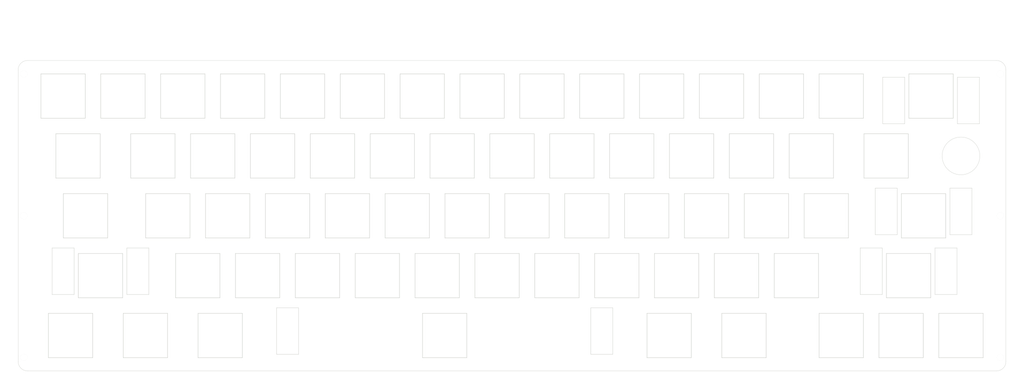
<source format=kicad_pcb>
(kicad_pcb (version 20211014) (generator pcbnew)
  (layers (0 "F.Cu" signal) (31 "B.Cu" signal) (34 "B.Paste" user) (35 "F.Paste" user) (36 "B.SilkS" user "B.Silkscreen") (37 "F.SilkS" user "F.Silkscreen") (38 "B.Mask" user) (39 "F.Mask" user) (44 "Edge.Cuts" user))
  (net 0 "")
  (footprint "kbd_SW_Hole:SW_Hole_1" (layer "F.Cu") (at 57.15 47.625)
    (fp_text reference "SW8" hide)
    (fp_text value "SW_PUSH" hide)
    (fp_line (start 7.05 7.05) (end -7.05 7.05) (layer "Edge.Cuts") (width 0.15))
    (fp_line (start -7.05 -7.05) (end 7.05 -7.05) (layer "Edge.Cuts") (width 0.15))
    (fp_line (start 7.05 -7.05) (end 7.05 7.05) (layer "Edge.Cuts") (width 0.15))
    (fp_line (start -7.05 7.05) (end -7.05 -7.05) (layer "Edge.Cuts") (width 0.15))
  )
  (footprint "kbd_SW_Hole:SW_Hole_1" (layer "F.Cu") (at 47.625 28.575)
    (fp_text reference "SW7" hide)
    (fp_text value "SW_PUSH" hide)
    (fp_line (start -7.05 -7.05) (end 7.05 -7.05) (layer "Edge.Cuts") (width 0.15))
    (fp_line (start 7.05 7.05) (end -7.05 7.05) (layer "Edge.Cuts") (width 0.15))
    (fp_line (start 7.05 -7.05) (end 7.05 7.05) (layer "Edge.Cuts") (width 0.15))
    (fp_line (start -7.05 7.05) (end -7.05 -7.05) (layer "Edge.Cuts") (width 0.15))
  )
  (footprint "kbd_SW_Hole:SW_Hole_1.75" (layer "F.Cu") (at 35.71875 66.675)
    (fp_text reference "SW3" hide)
    (fp_text value "SW_PUSH" hide)
    (fp_line (start -7.05 -7.05) (end 7.05 -7.05) (layer "Edge.Cuts") (width 0.15))
    (fp_line (start 7.05 -7.05) (end 7.05 7.05) (layer "Edge.Cuts") (width 0.15))
    (fp_line (start -7.05 7.05) (end -7.05 -7.05) (layer "Edge.Cuts") (width 0.15))
    (fp_line (start 7.05 7.05) (end -7.05 7.05) (layer "Edge.Cuts") (width 0.15))
  )
  (footprint "kbd_SW_Hole:SW_Hole_1.25" (layer "F.Cu") (at 30.95625 104.775)
    (fp_text reference "SW5" hide)
    (fp_text value "SW_PUSH" hide)
    (fp_line (start -7.05 -7.05) (end 7.05 -7.05) (layer "Edge.Cuts") (width 0.15))
    (fp_line (start -7.05 7.05) (end -7.05 -7.05) (layer "Edge.Cuts") (width 0.15))
    (fp_line (start 7.05 7.05) (end -7.05 7.05) (layer "Edge.Cuts") (width 0.15))
    (fp_line (start 7.05 -7.05) (end 7.05 7.05) (layer "Edge.Cuts") (width 0.15))
  )
  (footprint "kbd_SW_Hole:SW_Hole_1" (layer "F.Cu") (at 28.575 28.575)
    (fp_text reference "SW1" hide)
    (fp_text value "SW_PUSH" hide)
    (fp_line (start 7.05 7.05) (end -7.05 7.05) (layer "Edge.Cuts") (width 0.15))
    (fp_line (start -7.05 7.05) (end -7.05 -7.05) (layer "Edge.Cuts") (width 0.15))
    (fp_line (start -7.05 -7.05) (end 7.05 -7.05) (layer "Edge.Cuts") (width 0.15))
    (fp_line (start 7.05 -7.05) (end 7.05 7.05) (layer "Edge.Cuts") (width 0.15))
  )
  (footprint "kbd_SW_Hole:SW_Hole_1.5" (layer "F.Cu") (at 33.3375 47.625)
    (fp_text reference "SW2" hide)
    (fp_text value "KEY_SWITCH" hide)
    (fp_line (start 7.05 7.05) (end -7.05 7.05) (layer "Edge.Cuts") (width 0.15))
    (fp_line (start -7.05 -7.05) (end 7.05 -7.05) (layer "Edge.Cuts") (width 0.15))
    (fp_line (start 7.05 -7.05) (end 7.05 7.05) (layer "Edge.Cuts") (width 0.15))
    (fp_line (start -7.05 7.05) (end -7.05 -7.05) (layer "Edge.Cuts") (width 0.15))
  )
  (footprint "kbd_SW_Hole:SW_Hole_2.25u" (layer "F.Cu") (at 40.48125 85.725 180)
    (fp_text reference "SW4" hide)
    (fp_text value "KEY_SWITCH" hide)
    (fp_line (start 15.4 -6) (end 8.4 -6) (layer "Edge.Cuts") (width 0.12))
    (fp_line (start 7.05 7.05) (end -7.05 7.05) (layer "Edge.Cuts") (width 0.15))
    (fp_line (start -8.4 8.8) (end -15.4 8.8) (layer "Edge.Cuts") (width 0.12))
    (fp_line (start 15.4 8.8) (end 15.4 -6) (layer "Edge.Cuts") (width 0.12))
    (fp_line (start -15.4 8.8) (end -15.4 -6) (layer "Edge.Cuts") (width 0.12))
    (fp_line (start 8.4 -6) (end 8.4 8.8) (layer "Edge.Cuts") (width 0.12))
    (fp_line (start 7.05 -7.05) (end 7.05 7.05) (layer "Edge.Cuts") (width 0.15))
    (fp_line (start -15.4 -6) (end -8.4 -6) (layer "Edge.Cuts") (width 0.12))
    (fp_line (start -7.05 7.05) (end -7.05 -7.05) (layer "Edge.Cuts") (width 0.15))
    (fp_line (start 8.4 8.8) (end 15.4 8.8) (layer "Edge.Cuts") (width 0.12))
    (fp_line (start -8.4 -6) (end -8.4 8.8) (layer "Edge.Cuts") (width 0.12))
    (fp_line (start -7.05 -7.05) (end 7.05 -7.05) (layer "Edge.Cuts") (width 0.15))
  )
  (footprint "kbd_SW_Hole:SW_Hole_1" (layer "F.Cu") (at 71.4375 85.725)
    (fp_text reference "SW10" hide)
    (fp_text value "SW_PUSH" hide)
    (fp_line (start -7.05 7.05) (end -7.05 -7.05) (layer "Edge.Cuts") (width 0.15))
    (fp_line (start 7.05 -7.05) (end 7.05 7.05) (layer "Edge.Cuts") (width 0.15))
    (fp_line (start 7.05 7.05) (end -7.05 7.05) (layer "Edge.Cuts") (width 0.15))
    (fp_line (start -7.05 -7.05) (end 7.05 -7.05) (layer "Edge.Cuts") (width 0.15))
  )
  (footprint "kbd_SW_Hole:SW_Hole_1" (layer "F.Cu") (at 61.9125 66.675)
    (fp_text reference "SW9" hide)
    (fp_text value "SW_PUSH" hide)
    (fp_line (start 7.05 7.05) (end -7.05 7.05) (layer "Edge.Cuts") (width 0.15))
    (fp_line (start 7.05 -7.05) (end 7.05 7.05) (layer "Edge.Cuts") (width 0.15))
    (fp_line (start -7.05 -7.05) (end 7.05 -7.05) (layer "Edge.Cuts") (width 0.15))
    (fp_line (start -7.05 7.05) (end -7.05 -7.05) (layer "Edge.Cuts") (width 0.15))
  )
  (footprint "kbd_SW_Hole:SW_Hole_1" (layer "F.Cu") (at 76.2 47.625)
    (fp_text reference "SW13" hide)
    (fp_text value "SW_PUSH" hide)
    (fp_line (start 7.05 7.05) (end -7.05 7.05) (layer "Edge.Cuts") (width 0.15))
    (fp_line (start 7.05 -7.05) (end 7.05 7.05) (layer "Edge.Cuts") (width 0.15))
    (fp_line (start -7.05 -7.05) (end 7.05 -7.05) (layer "Edge.Cuts") (width 0.15))
    (fp_line (start -7.05 7.05) (end -7.05 -7.05) (layer "Edge.Cuts") (width 0.15))
  )
  (footprint "kbd_SW_Hole:SW_Hole_1" (layer "F.Cu") (at 66.675 28.575)
    (fp_text reference "SW12" hide)
    (fp_text value "SW_PUSH" hide)
    (fp_line (start -7.05 7.05) (end -7.05 -7.05) (layer "Edge.Cuts") (width 0.15))
    (fp_line (start -7.05 -7.05) (end 7.05 -7.05) (layer "Edge.Cuts") (width 0.15))
    (fp_line (start 7.05 7.05) (end -7.05 7.05) (layer "Edge.Cuts") (width 0.15))
    (fp_line (start 7.05 -7.05) (end 7.05 7.05) (layer "Edge.Cuts") (width 0.15))
  )
  (footprint "kbd_SW_Hole:SW_Hole_1" (layer "F.Cu") (at 80.9625 66.675)
    (fp_text reference "SW14" hide)
    (fp_text value "SW_PUSH" hide)
    (fp_line (start 7.05 7.05) (end -7.05 7.05) (layer "Edge.Cuts") (width 0.15))
    (fp_line (start 7.05 -7.05) (end 7.05 7.05) (layer "Edge.Cuts") (width 0.15))
    (fp_line (start -7.05 -7.05) (end 7.05 -7.05) (layer "Edge.Cuts") (width 0.15))
    (fp_line (start -7.05 7.05) (end -7.05 -7.05) (layer "Edge.Cuts") (width 0.15))
  )
  (footprint "kbd_SW_Hole:SW_Hole_1" (layer "F.Cu") (at 90.4875 85.725)
    (fp_text reference "SW15" hide)
    (fp_text value "SW_PUSH" hide)
    (fp_line (start -7.05 -7.05) (end 7.05 -7.05) (layer "Edge.Cuts") (width 0.15))
    (fp_line (start 7.05 7.05) (end -7.05 7.05) (layer "Edge.Cuts") (width 0.15))
    (fp_line (start 7.05 -7.05) (end 7.05 7.05) (layer "Edge.Cuts") (width 0.15))
    (fp_line (start -7.05 7.05) (end -7.05 -7.05) (layer "Edge.Cuts") (width 0.15))
  )
  (footprint "kbd_SW_Hole:SW_Hole_1" (layer "F.Cu") (at 95.25 47.625)
    (fp_text reference "SW17" hide)
    (fp_text value "SW_PUSH" hide)
    (fp_line (start -7.05 -7.05) (end 7.05 -7.05) (layer "Edge.Cuts") (width 0.15))
    (fp_line (start 7.05 7.05) (end -7.05 7.05) (layer "Edge.Cuts") (width 0.15))
    (fp_line (start 7.05 -7.05) (end 7.05 7.05) (layer "Edge.Cuts") (width 0.15))
    (fp_line (start -7.05 7.05) (end -7.05 -7.05) (layer "Edge.Cuts") (width 0.15))
  )
  (footprint "kbd_SW_Hole:SW_Hole_1" (layer "F.Cu") (at 109.5375 85.725)
    (fp_text reference "SW19" hide)
    (fp_text value "SW_PUSH" hide)
    (fp_line (start -7.05 7.05) (end -7.05 -7.05) (layer "Edge.Cuts") (width 0.15))
    (fp_line (start -7.05 -7.05) (end 7.05 -7.05) (layer "Edge.Cuts") (width 0.15))
    (fp_line (start 7.05 7.05) (end -7.05 7.05) (layer "Edge.Cuts") (width 0.15))
    (fp_line (start 7.05 -7.05) (end 7.05 7.05) (layer "Edge.Cuts") (width 0.15))
  )
  (footprint "kbd_SW_Hole:SW_Hole_1" (layer "F.Cu") (at 85.725 28.575)
    (fp_text reference "SW16" hide)
    (fp_text value "SW_PUSH" hide)
    (fp_line (start -7.05 -7.05) (end 7.05 -7.05) (layer "Edge.Cuts") (width 0.15))
    (fp_line (start -7.05 7.05) (end -7.05 -7.05) (layer "Edge.Cuts") (width 0.15))
    (fp_line (start 7.05 -7.05) (end 7.05 7.05) (layer "Edge.Cuts") (width 0.15))
    (fp_line (start 7.05 7.05) (end -7.05 7.05) (layer "Edge.Cuts") (width 0.15))
  )
  (footprint "kbd_SW_Hole:SW_Hole_1" (layer "F.Cu") (at 100.0125 66.675)
    (fp_text reference "SW18" hide)
    (fp_text value "SW_PUSH" hide)
    (fp_line (start -7.05 -7.05) (end 7.05 -7.05) (layer "Edge.Cuts") (width 0.15))
    (fp_line (start 7.05 -7.05) (end 7.05 7.05) (layer "Edge.Cuts") (width 0.15))
    (fp_line (start -7.05 7.05) (end -7.05 -7.05) (layer "Edge.Cuts") (width 0.15))
    (fp_line (start 7.05 7.05) (end -7.05 7.05) (layer "Edge.Cuts") (width 0.15))
  )
  (footprint "kbd_SW_Hole:SW_Hole_6.25u" (layer "F.Cu") (at 150.01875 104.775 180)
    (fp_text reference "SW28" hide)
    (fp_text value "SW_PUSH" hide)
    (fp_line (start -7.05 7.05) (end -7.05 -7.05) (layer "Edge.Cuts") (width 0.15))
    (fp_line (start -53.51 8.8) (end -53.51 -6) (layer "Edge.Cuts") (width 0.12))
    (fp_line (start 7.05 7.05) (end -7.05 7.05) (layer "Edge.Cuts") (width 0.15))
    (fp_line (start -46.51 -6) (end -46.51 8.8) (layer "Edge.Cuts") (width 0.12))
    (fp_line (start -53.51 -6) (end -46.51 -6) (layer "Edge.Cuts") (width 0.12))
    (fp_line (start 7.05 -7.05) (end 7.05 7.05) (layer "Edge.Cuts") (width 0.15))
    (fp_line (start 53.51 -6) (end 46.51 -6) (layer "Edge.Cuts") (width 0.12))
    (fp_line (start -46.51 8.8) (end -53.51 8.8) (layer "Edge.Cuts") (width 0.12))
    (fp_line (start 46.51 8.8) (end 53.51 8.8) (layer "Edge.Cuts") (width 0.12))
    (fp_line (start 53.51 8.8) (end 53.51 -6) (layer "Edge.Cuts") (width 0.12))
    (fp_line (start 46.51 -6) (end 46.51 8.8) (layer "Edge.Cuts") (width 0.12))
    (fp_line (start -7.05 -7.05) (end 7.05 -7.05) (layer "Edge.Cuts") (width 0.15))
  )
  (footprint "kbd_SW_Hole:SW_Hole_1" (layer "F.Cu") (at 114.3 47.625)
    (fp_text reference "SW21" hide)
    (fp_text value "SW_PUSH" hide)
    (fp_line (start -7.05 7.05) (end -7.05 -7.05) (layer "Edge.Cuts") (width 0.15))
    (fp_line (start 7.05 -7.05) (end 7.05 7.05) (layer "Edge.Cuts") (width 0.15))
    (fp_line (start 7.05 7.05) (end -7.05 7.05) (layer "Edge.Cuts") (width 0.15))
    (fp_line (start -7.05 -7.05) (end 7.05 -7.05) (layer "Edge.Cuts") (width 0.15))
  )
  (footprint "kbd_SW_Hole:SW_Hole_1" (layer "F.Cu") (at 104.775 28.575)
    (fp_text reference "SW20" hide)
    (fp_text value "SW_PUSH" hide)
    (fp_line (start 7.05 7.05) (end -7.05 7.05) (layer "Edge.Cuts") (width 0.15))
    (fp_line (start 7.05 -7.05) (end 7.05 7.05) (layer "Edge.Cuts") (width 0.15))
    (fp_line (start -7.05 7.05) (end -7.05 -7.05) (layer "Edge.Cuts") (width 0.15))
    (fp_line (start -7.05 -7.05) (end 7.05 -7.05) (layer "Edge.Cuts") (width 0.15))
  )
  (footprint "kbd_SW_Hole:SW_Hole_1" (layer "F.Cu") (at 166.6875 85.725)
    (fp_text reference "SW32" hide)
    (fp_text value "SW_PUSH" hide)
    (fp_line (start -7.05 -7.05) (end 7.05 -7.05) (layer "Edge.Cuts") (width 0.15))
    (fp_line (start 7.05 7.05) (end -7.05 7.05) (layer "Edge.Cuts") (width 0.15))
    (fp_line (start 7.05 -7.05) (end 7.05 7.05) (layer "Edge.Cuts") (width 0.15))
    (fp_line (start -7.05 7.05) (end -7.05 -7.05) (layer "Edge.Cuts") (width 0.15))
  )
  (footprint "kbd_SW_Hole:SW_Hole_1" (layer "F.Cu") (at 119.0625 66.675)
    (fp_text reference "SW22" hide)
    (fp_text value "SW_PUSH" hide)
    (fp_line (start 7.05 -7.05) (end 7.05 7.05) (layer "Edge.Cuts") (width 0.15))
    (fp_line (start 7.05 7.05) (end -7.05 7.05) (layer "Edge.Cuts") (width 0.15))
    (fp_line (start -7.05 -7.05) (end 7.05 -7.05) (layer "Edge.Cuts") (width 0.15))
    (fp_line (start -7.05 7.05) (end -7.05 -7.05) (layer "Edge.Cuts") (width 0.15))
  )
  (footprint "kbd_SW_Hole:SW_Hole_1" (layer "F.Cu") (at 133.35 47.625)
    (fp_text reference "SW25" hide)
    (fp_text value "SW_PUSH" hide)
    (fp_line (start 7.05 7.05) (end -7.05 7.05) (layer "Edge.Cuts") (width 0.15))
    (fp_line (start -7.05 -7.05) (end 7.05 -7.05) (layer "Edge.Cuts") (width 0.15))
    (fp_line (start 7.05 -7.05) (end 7.05 7.05) (layer "Edge.Cuts") (width 0.15))
    (fp_line (start -7.05 7.05) (end -7.05 -7.05) (layer "Edge.Cuts") (width 0.15))
  )
  (footprint "kbd_SW_Hole:SW_Hole_1" (layer "F.Cu") (at 147.6375 85.725)
    (fp_text reference "SW27" hide)
    (fp_text value "SW_PUSH" hide)
    (fp_line (start 7.05 -7.05) (end 7.05 7.05) (layer "Edge.Cuts") (width 0.15))
    (fp_line (start 7.05 7.05) (end -7.05 7.05) (layer "Edge.Cuts") (width 0.15))
    (fp_line (start -7.05 -7.05) (end 7.05 -7.05) (layer "Edge.Cuts") (width 0.15))
    (fp_line (start -7.05 7.05) (end -7.05 -7.05) (layer "Edge.Cuts") (width 0.15))
  )
  (footprint "kbd_SW_Hole:SW_Hole_1" (layer "F.Cu") (at 152.4 47.625)
    (fp_text reference "SW30" hide)
    (fp_text value "SW_PUSH" hide)
    (fp_line (start 7.05 -7.05) (end 7.05 7.05) (layer "Edge.Cuts") (width 0.15))
    (fp_line (start -7.05 -7.05) (end 7.05 -7.05) (layer "Edge.Cuts") (width 0.15))
    (fp_line (start 7.05 7.05) (end -7.05 7.05) (layer "Edge.Cuts") (width 0.15))
    (fp_line (start -7.05 7.05) (end -7.05 -7.05) (layer "Edge.Cuts") (width 0.15))
  )
  (footprint "kbd_SW_Hole:SW_Hole_1" (layer "F.Cu") (at 157.1625 66.675)
    (fp_text reference "SW31" hide)
    (fp_text value "SW_PUSH" hide)
    (fp_line (start -7.05 7.05) (end -7.05 -7.05) (layer "Edge.Cuts") (width 0.15))
    (fp_line (start 7.05 7.05) (end -7.05 7.05) (layer "Edge.Cuts") (width 0.15))
    (fp_line (start 7.05 -7.05) (end 7.05 7.05) (layer "Edge.Cuts") (width 0.15))
    (fp_line (start -7.05 -7.05) (end 7.05 -7.05) (layer "Edge.Cuts") (width 0.15))
  )
  (footprint "kbd_SW_Hole:SW_Hole_1" (layer "F.Cu") (at 123.825 28.575)
    (fp_text reference "SW24" hide)
    (fp_text value "SW_PUSH" hide)
    (fp_line (start 7.05 -7.05) (end 7.05 7.05) (layer "Edge.Cuts") (width 0.15))
    (fp_line (start -7.05 -7.05) (end 7.05 -7.05) (layer "Edge.Cuts") (width 0.15))
    (fp_line (start -7.05 7.05) (end -7.05 -7.05) (layer "Edge.Cuts") (width 0.15))
    (fp_line (start 7.05 7.05) (end -7.05 7.05) (layer "Edge.Cuts") (width 0.15))
  )
  (footprint "kbd_SW_Hole:SW_Hole_1" (layer "F.Cu") (at 128.5875 85.725)
    (fp_text reference "SW23" hide)
    (fp_text value "SW_PUSH" hide)
    (fp_line (start 7.05 -7.05) (end 7.05 7.05) (layer "Edge.Cuts") (width 0.15))
    (fp_line (start -7.05 -7.05) (end 7.05 -7.05) (layer "Edge.Cuts") (width 0.15))
    (fp_line (start 7.05 7.05) (end -7.05 7.05) (layer "Edge.Cuts") (width 0.15))
    (fp_line (start -7.05 7.05) (end -7.05 -7.05) (layer "Edge.Cuts") (width 0.15))
  )
  (footprint "kbd_SW_Hole:SW_Hole_1" (layer "F.Cu") (at 138.1125 66.675)
    (fp_text reference "SW26" hide)
    (fp_text value "SW_PUSH" hide)
    (fp_line (start 7.05 -7.05) (end 7.05 7.05) (layer "Edge.Cuts") (width 0.15))
    (fp_line (start -7.05 7.05) (end -7.05 -7.05) (layer "Edge.Cuts") (width 0.15))
    (fp_line (start 7.05 7.05) (end -7.05 7.05) (layer "Edge.Cuts") (width 0.15))
    (fp_line (start -7.05 -7.05) (end 7.05 -7.05) (layer "Edge.Cuts") (width 0.15))
  )
  (footprint "kbd_SW_Hole:SW_Hole_1" (layer "F.Cu") (at 142.875 28.575)
    (fp_text reference "SW29" hide)
    (fp_text value "SW_PUSH" hide)
    (fp_line (start 7.05 7.05) (end -7.05 7.05) (layer "Edge.Cuts") (width 0.15))
    (fp_line (start -7.05 -7.05) (end 7.05 -7.05) (layer "Edge.Cuts") (width 0.15))
    (fp_line (start 7.05 -7.05) (end 7.05 7.05) (layer "Edge.Cuts") (width 0.15))
    (fp_line (start -7.05 7.05) (end -7.05 -7.05) (layer "Edge.Cuts") (width 0.15))
  )
  (footprint "kbd_SW_Hole:SW_Hole_1" (layer "F.Cu") (at 195.2625 66.675)
    (fp_text reference "SW39" hide)
    (fp_text value "SW_PUSH" hide)
    (fp_line (start -7.05 -7.05) (end 7.05 -7.05) (layer "Edge.Cuts") (width 0.15))
    (fp_line (start 7.05 -7.05) (end 7.05 7.05) (layer "Edge.Cuts") (width 0.15))
    (fp_line (start 7.05 7.05) (end -7.05 7.05) (layer "Edge.Cuts") (width 0.15))
    (fp_line (start -7.05 7.05) (end -7.05 -7.05) (layer "Edge.Cuts") (width 0.15))
  )
  (footprint "kbd_SW_Hole:SW_Hole_1" (layer "F.Cu") (at 185.7375 85.725)
    (fp_text reference "SW36" hide)
    (fp_text value "SW_PUSH" hide)
    (fp_line (start 7.05 -7.05) (end 7.05 7.05) (layer "Edge.Cuts") (width 0.15))
    (fp_line (start -7.05 -7.05) (end 7.05 -7.05) (layer "Edge.Cuts") (width 0.15))
    (fp_line (start -7.05 7.05) (end -7.05 -7.05) (layer "Edge.Cuts") (width 0.15))
    (fp_line (start 7.05 7.05) (end -7.05 7.05) (layer "Edge.Cuts") (width 0.15))
  )
  (footprint "kbd_SW_Hole:SW_Hole_1" (layer "F.Cu") (at 200.025 28.575)
    (fp_text reference "SW41" hide)
    (fp_text value "SW_PUSH" hide)
    (fp_line (start 7.05 -7.05) (end 7.05 7.05) (layer "Edge.Cuts") (width 0.15))
    (fp_line (start -7.05 -7.05) (end 7.05 -7.05) (layer "Edge.Cuts") (width 0.15))
    (fp_line (start 7.05 7.05) (end -7.05 7.05) (layer "Edge.Cuts") (width 0.15))
    (fp_line (start -7.05 7.05) (end -7.05 -7.05) (layer "Edge.Cuts") (width 0.15))
  )
  (footprint "kbd_SW_Hole:SW_Hole_1" (layer "F.Cu") (at 209.55 47.625)
    (fp_text reference "SW42" hide)
    (fp_text value "SW_PUSH" hide)
    (fp_line (start 7.05 -7.05) (end 7.05 7.05) (layer "Edge.Cuts") (width 0.15))
    (fp_line (start -7.05 7.05) (end -7.05 -7.05) (layer "Edge.Cuts") (width 0.15))
    (fp_line (start 7.05 7.05) (end -7.05 7.05) (layer "Edge.Cuts") (width 0.15))
    (fp_line (start -7.05 -7.05) (end 7.05 -7.05) (layer "Edge.Cuts") (width 0.15))
  )
  (footprint "kbd_SW_Hole:SW_Hole_1" (layer "F.Cu") (at 180.975 28.575)
    (fp_text reference "SW37" hide)
    (fp_text value "SW_PUSH" hide)
    (fp_line (start 7.05 7.05) (end -7.05 7.05) (layer "Edge.Cuts") (width 0.15))
    (fp_line (start -7.05 7.05) (end -7.05 -7.05) (layer "Edge.Cuts") (width 0.15))
    (fp_line (start -7.05 -7.05) (end 7.05 -7.05) (layer "Edge.Cuts") (width 0.15))
    (fp_line (start 7.05 -7.05) (end 7.05 7.05) (layer "Edge.Cuts") (width 0.15))
  )
  (footprint "kbd_SW_Hole:SW_Hole_1" (layer "F.Cu") (at 176.2125 66.675)
    (fp_text reference "SW35" hide)
    (fp_text value "SW_PUSH" hide)
    (fp_line (start 7.05 -7.05) (end 7.05 7.05) (layer "Edge.Cuts") (width 0.15))
    (fp_line (start -7.05 7.05) (end -7.05 -7.05) (layer "Edge.Cuts") (width 0.15))
    (fp_line (start 7.05 7.05) (end -7.05 7.05) (layer "Edge.Cuts") (width 0.15))
    (fp_line (start -7.05 -7.05) (end 7.05 -7.05) (layer "Edge.Cuts") (width 0.15))
  )
  (footprint "kbd_SW_Hole:SW_Hole_1" (layer "F.Cu") (at 223.8375 85.725)
    (fp_text reference "SW44" hide)
    (fp_text value "SW_PUSH" hide)
    (fp_line (start 7.05 7.05) (end -7.05 7.05) (layer "Edge.Cuts") (width 0.15))
    (fp_line (start 7.05 -7.05) (end 7.05 7.05) (layer "Edge.Cuts") (width 0.15))
    (fp_line (start -7.05 7.05) (end -7.05 -7.05) (layer "Edge.Cuts") (width 0.15))
    (fp_line (start -7.05 -7.05) (end 7.05 -7.05) (layer "Edge.Cuts") (width 0.15))
  )
  (footprint "kbd_SW_Hole:SW_Hole_1" (layer "F.Cu") (at 161.925 28.575)
    (fp_text reference "SW33" hide)
    (fp_text value "SW_PUSH" hide)
    (fp_line (start -7.05 7.05) (end -7.05 -7.05) (layer "Edge.Cuts") (width 0.15))
    (fp_line (start 7.05 7.05) (end -7.05 7.05) (layer "Edge.Cuts") (width 0.15))
    (fp_line (start 7.05 -7.05) (end 7.05 7.05) (layer "Edge.Cuts") (width 0.15))
    (fp_line (start -7.05 -7.05) (end 7.05 -7.05) (layer "Edge.Cuts") (width 0.15))
  )
  (footprint "kbd_SW_Hole:SW_Hole_1" (layer "F.Cu") (at 204.7875 85.725)
    (fp_text reference "SW40" hide)
    (fp_text value "SW_PUSH" hide)
    (fp_line (start 7.05 7.05) (end -7.05 7.05) (layer "Edge.Cuts") (width 0.15))
    (fp_line (start -7.05 -7.05) (end 7.05 -7.05) (layer "Edge.Cuts") (width 0.15))
    (fp_line (start 7.05 -7.05) (end 7.05 7.05) (layer "Edge.Cuts") (width 0.15))
    (fp_line (start -7.05 7.05) (end -7.05 -7.05) (layer "Edge.Cuts") (width 0.15))
  )
  (footprint "kbd_SW_Hole:SW_Hole_1" (layer "F.Cu") (at 171.45 47.625)
    (fp_text reference "SW34" hide)
    (fp_text value "SW_PUSH" hide)
    (fp_line (start -7.05 7.05) (end -7.05 -7.05) (layer "Edge.Cuts") (width 0.15))
    (fp_line (start 7.05 7.05) (end -7.05 7.05) (layer "Edge.Cuts") (width 0.15))
    (fp_line (start -7.05 -7.05) (end 7.05 -7.05) (layer "Edge.Cuts") (width 0.15))
    (fp_line (start 7.05 -7.05) (end 7.05 7.05) (layer "Edge.Cuts") (width 0.15))
  )
  (footprint "kbd_SW_Hole:SW_Hole_1" (layer "F.Cu") (at 214.3125 66.675)
    (fp_text reference "SW43" hide)
    (fp_text value "SW_PUSH" hide)
    (fp_line (start -7.05 7.05) (end -7.05 -7.05) (layer "Edge.Cuts") (width 0.15))
    (fp_line (start 7.05 7.05) (end -7.05 7.05) (layer "Edge.Cuts") (width 0.15))
    (fp_line (start -7.05 -7.05) (end 7.05 -7.05) (layer "Edge.Cuts") (width 0.15))
    (fp_line (start 7.05 -7.05) (end 7.05 7.05) (layer "Edge.Cuts") (width 0.15))
  )
  (footprint "kbd_SW_Hole:SW_Hole_1" (layer "F.Cu") (at 190.5 47.625)
    (fp_text reference "SW38" hide)
    (fp_text value "SW_PUSH" hide)
    (fp_line (start -7.05 7.05) (end -7.05 -7.05) (layer "Edge.Cuts") (width 0.15))
    (fp_line (start 7.05 -7.05) (end 7.05 7.05) (layer "Edge.Cuts") (width 0.15))
    (fp_line (start -7.05 -7.05) (end 7.05 -7.05) (layer "Edge.Cuts") (width 0.15))
    (fp_line (start 7.05 7.05) (end -7.05 7.05) (layer "Edge.Cuts") (width 0.15))
  )
  (footprint "kbd_SW_Hole:SW_Hole_1" (layer "F.Cu") (at 261.9375 85.725)
    (fp_text reference "SW54" hide)
    (fp_text value "SW_PUSH" hide)
    (fp_line (start 7.05 -7.05) (end 7.05 7.05) (layer "Edge.Cuts") (width 0.15))
    (fp_line (start -7.05 -7.05) (end 7.05 -7.05) (layer "Edge.Cuts") (width 0.15))
    (fp_line (start -7.05 7.05) (end -7.05 -7.05) (layer "Edge.Cuts") (width 0.15))
    (fp_line (start 7.05 7.05) (end -7.05 7.05) (layer "Edge.Cuts") (width 0.15))
  )
  (footprint "kbd_SW_Hole:SW_Hole_1" (layer "F.Cu") (at 238.125 28.575)
    (fp_text reference "SW51" hide)
    (fp_text value "SW_PUSH" hide)
    (fp_line (start 7.05 -7.05) (end 7.05 7.05) (layer "Edge.Cuts") (width 0.15))
    (fp_line (start 7.05 7.05) (end -7.05 7.05) (layer "Edge.Cuts") (width 0.15))
    (fp_line (start -7.05 7.05) (end -7.05 -7.05) (layer "Edge.Cuts") (width 0.15))
    (fp_line (start -7.05 -7.05) (end 7.05 -7.05) (layer "Edge.Cuts") (width 0.15))
  )
  (footprint "kbd_SW_Hole:SW_Hole_1" (layer "F.Cu") (at 242.8875 85.725)
    (fp_text reference "SW49" hide)
    (fp_text value "SW_PUSH" hide)
    (fp_line (start 7.05 -7.05) (end 7.05 7.05) (layer "Edge.Cuts") (width 0.15))
    (fp_line (start -7.05 7.05) (end -7.05 -7.05) (layer "Edge.Cuts") (width 0.15))
    (fp_line (start 7.05 7.05) (end -7.05 7.05) (layer "Edge.Cuts") (width 0.15))
    (fp_line (start -7.05 -7.05) (end 7.05 -7.05) (layer "Edge.Cuts") (width 0.15))
  )
  (footprint "kbd_SW_Hole:SW_Hole_1" (layer "F.Cu") (at 228.6 47.625)
    (fp_text reference "SW47" hide)
    (fp_text value "SW_PUSH" hide)
    (fp_line (start 7.05 7.05) (end -7.05 7.05) (layer "Edge.Cuts") (width 0.15))
    (fp_line (start -7.05 7.05) (end -7.05 -7.05) (layer "Edge.Cuts") (width 0.15))
    (fp_line (start -7.05 -7.05) (end 7.05 -7.05) (layer "Edge.Cuts") (width 0.15))
    (fp_line (start 7.05 -7.05) (end 7.05 7.05) (layer "Edge.Cuts") (width 0.15))
  )
  (footprint "kbd_SW_Hole:SW_Hole_1" (layer "F.Cu") (at 233.3625 66.675)
    (fp_text reference "SW48" hide)
    (fp_text value "SW_PUSH" hide)
    (fp_line (start 7.05 -7.05) (end 7.05 7.05) (layer "Edge.Cuts") (width 0.15))
    (fp_line (start -7.05 -7.05) (end 7.05 -7.05) (layer "Edge.Cuts") (width 0.15))
    (fp_line (start -7.05 7.05) (end -7.05 -7.05) (layer "Edge.Cuts") (width 0.15))
    (fp_line (start 7.05 7.05) (end -7.05 7.05) (layer "Edge.Cuts") (width 0.15))
  )
  (footprint "kbd_SW_Hole:SW_Hole_1" (layer "F.Cu") (at 271.4625 66.675)
    (fp_text reference "SW57" hide)
    (fp_text value "SW_PUSH" hide)
    (fp_line (start -7.05 7.05) (end -7.05 -7.05) (layer "Edge.Cuts") (width 0.15))
    (fp_line (start -7.05 -7.05) (end 7.05 -7.05) (layer "Edge.Cuts") (width 0.15))
    (fp_line (start 7.05 -7.05) (end 7.05 7.05) (layer "Edge.Cuts") (width 0.15))
    (fp_line (start 7.05 7.05) (end -7.05 7.05) (layer "Edge.Cuts") (width 0.15))
  )
  (footprint "kbd_SW_Hole:SW_Hole_1" (layer "F.Cu") (at 247.65 47.625)
    (fp_text reference "SW52" hide)
    (fp_text value "SW_PUSH" hide)
    (fp_line (start 7.05 7.05) (end -7.05 7.05) (layer "Edge.Cuts") (width 0.15))
    (fp_line (start -7.05 -7.05) (end 7.05 -7.05) (layer "Edge.Cuts") (width 0.15))
    (fp_line (start 7.05 -7.05) (end 7.05 7.05) (layer "Edge.Cuts") (width 0.15))
    (fp_line (start -7.05 7.05) (end -7.05 -7.05) (layer "Edge.Cuts") (width 0.15))
  )
  (footprint "kbd_SW_Hole:SW_Hole_1" (layer "F.Cu") (at 257.175 28.575)
    (fp_text reference "SW55" hide)
    (fp_text value "SW_PUSH" hide)
    (fp_line (start -7.05 -7.05) (end 7.05 -7.05) (layer "Edge.Cuts") (width 0.15))
    (fp_line (start 7.05 7.05) (end -7.05 7.05) (layer "Edge.Cuts") (width 0.15))
    (fp_line (start 7.05 -7.05) (end 7.05 7.05) (layer "Edge.Cuts") (width 0.15))
    (fp_line (start -7.05 7.05) (end -7.05 -7.05) (layer "Edge.Cuts") (width 0.15))
  )
  (footprint "kbd_SW_Hole:SW_Hole_1" (layer "F.Cu") (at 219.075 28.575)
    (fp_text reference "SW46" hide)
    (fp_text value "SW_PUSH" hide)
    (fp_line (start 7.05 -7.05) (end 7.05 7.05) (layer "Edge.Cuts") (width 0.15))
    (fp_line (start -7.05 -7.05) (end 7.05 -7.05) (layer "Edge.Cuts") (width 0.15))
    (fp_line (start 7.05 7.05) (end -7.05 7.05) (layer "Edge.Cuts") (width 0.15))
    (fp_line (start -7.05 7.05) (end -7.05 -7.05) (layer "Edge.Cuts") (width 0.15))
  )
  (footprint "kbd_SW_Hole:SW_Hole_1" (layer "F.Cu") (at 252.4125 66.675)
    (fp_text reference "SW53" hide)
    (fp_text value "SW_PUSH" hide)
    (fp_line (start 7.05 7.05) (end -7.05 7.05) (layer "Edge.Cuts") (width 0.15))
    (fp_line (start 7.05 -7.05) (end 7.05 7.05) (layer "Edge.Cuts") (width 0.15))
    (fp_line (start -7.05 -7.05) (end 7.05 -7.05) (layer "Edge.Cuts") (width 0.15))
    (fp_line (start -7.05 7.05) (end -7.05 -7.05) (layer "Edge.Cuts") (width 0.15))
  )
  (footprint "kbd_SW_Hole:SW_Hole_1" (layer "F.Cu") (at 266.7 47.625)
    (fp_text reference "SW56" hide)
    (fp_text value "SW_PUSH" hide)
    (fp_line (start 7.05 -7.05) (end 7.05 7.05) (layer "Edge.Cuts") (width 0.15))
    (fp_line (start -7.05 -7.05) (end 7.05 -7.05) (layer "Edge.Cuts") (width 0.15))
    (fp_line (start -7.05 7.05) (end -7.05 -7.05) (layer "Edge.Cuts") (width 0.15))
    (fp_line (start 7.05 7.05) (end -7.05 7.05) (layer "Edge.Cuts") (width 0.15))
  )
  (footprint "kbd_SW_Hole:SW_Hole_1.5u" (layer "F.Cu") (at 290.5125 47.625)
    (fp_text reference "SW60" hide)
    (fp_text value "KEY_SWITCH" hide)
    (fp_line (start -7.05 7.05) (end -7.05 -7.05) (layer "Edge.Cuts") (width 0.15))
    (fp_line (start 7.05 7.05) (end -7.05 7.05) (layer "Edge.Cuts") (width 0.15))
    (fp_line (start -7.05 -7.05) (end 7.05 -7.05) (layer "Edge.Cuts") (width 0.15))
    (fp_line (start 7.05 -7.05) (end 7.05 7.05) (layer "Edge.Cuts") (width 0.15))
  )
  (footprint "kbd_SW_Hole:SW_Hole_2.75u" (layer "F.Cu") (at 297.65625 85.725 180)
    (fp_text reference "SW62" hide)
    (fp_text value "SW_PUSH" hide)
    (fp_line (start 7.05 7.05) (end -7.05 7.05) (layer "Edge.Cuts") (width 0.15))
    (fp_line (start -7.05 -7.05) (end 7.05 -7.05) (layer "Edge.Cuts") (width 0.15))
    (fp_line (start 8.4 -6) (end 8.4 8.8) (layer "Edge.Cuts") (width 0.12))
    (fp_line (start -7.05 7.05) (end -7.05 -7.05) (layer "Edge.Cuts") (width 0.15))
    (fp_line (start 15.4 -6) (end 8.4 -6) (layer "Edge.Cuts") (width 0.12))
    (fp_line (start -8.4 8.8) (end -15.4 8.8) (layer "Edge.Cuts") (width 0.12))
    (fp_line (start 15.4 8.8) (end 15.4 -6) (layer "Edge.Cuts") (width 0.12))
    (fp_line (start 7.05 -7.05) (end 7.05 7.05) (layer "Edge.Cuts") (width 0.15))
    (fp_line (start -8.4 -6) (end -8.4 8.8) (layer "Edge.Cuts") (width 0.12))
    (fp_line (start -15.4 -6) (end -8.4 -6) (layer "Edge.Cuts") (width 0.12))
    (fp_line (start 8.4 8.8) (end 15.4 8.8) (layer "Edge.Cuts") (width 0.12))
    (fp_line (start -15.4 8.8) (end -15.4 -6) (layer "Edge.Cuts") (width 0.12))
  )
  (footprint "kbd_SW_Hole:SW_Hole_2u" (layer "F.Cu") (at 304.8 28.575)
    (fp_text reference "SW64" hide)
    (fp_text value "SW_PUSH" hide)
    (fp_line (start 15.4 -6) (end 8.4 -6) (layer "Edge.Cuts") (width 0.12))
    (fp_line (start 8.4 -6) (end 8.4 8.8) (layer "Edge.Cuts") (width 0.12))
    (fp_line (start -15.4 -6) (end -8.4 -6) (layer "Edge.Cuts") (width 0.12))
    (fp_line (start -15.4 8.8) (end -15.4 -6) (layer "Edge.Cuts") (width 0.12))
    (fp_line (start -8.4 8.8) (end -15.4 8.8) (layer "Edge.Cuts") (width 0.12))
    (fp_line (start 7.05 7.05) (end -7.05 7.05) (layer "Edge.Cuts") (width 0.15))
    (fp_line (start -7.05 -7.05) (end 7.05 -7.05) (layer "Edge.Cuts") (width 0.15))
    (fp_line (start -8.4 -6) (end -8.4 8.8) (layer "Edge.Cuts") (width 0.12))
    (fp_line (start 7.05 -7.05) (end 7.05 7.05) (layer "Edge.Cuts") (width 0.15))
    (fp_line (start 8.4 8.8) (end 15.4 8.8) (layer "Edge.Cuts") (width 0.12))
    (fp_line (start -7.05 7.05) (end -7.05 -7.05) (layer "Edge.Cuts") (width 0.15))
    (fp_line (start 15.4 8.8) (end 15.4 -6) (layer "Edge.Cuts") (width 0.12))
  )
  (footprint "kbd_SW_Hole:SW_Hole_1" (layer "F.Cu") (at 276.225 28.575)
    (fp_text reference "SW59" hide)
    (fp_text value "SW_PUSH" hide)
    (fp_line (start 7.05 7.05) (end -7.05 7.05) (layer "Edge.Cuts") (width 0.15))
    (fp_line (start 7.05 -7.05) (end 7.05 7.05) (layer "Edge.Cuts") (width 0.15))
    (fp_line (start -7.05 7.05) (end -7.05 -7.05) (layer "Edge.Cuts") (width 0.15))
    (fp_line (start -7.05 -7.05) (end 7.05 -7.05) (layer "Edge.Cuts") (width 0.15))
  )
  (footprint "kbd_SW_Hole:SW_Hole_1" (layer "F.Cu") (at 276.225 104.775)
    (fp_text reference "SW58" hide)
    (fp_text value "SW_PUSH" hide)
    (fp_line (start -7.05 7.05) (end -7.05 -7.05) (layer "Edge.Cuts") (width 0.15))
    (fp_line (start -7.05 -7.05) (end 7.05 -7.05) (layer "Edge.Cuts") (width 0.15))
    (fp_line (start 7.05 -7.05) (end 7.05 7.05) (layer "Edge.Cuts") (width 0.15))
    (fp_line (start 7.05 7.05) (end -7.05 7.05) (layer "Edge.Cuts") (width 0.15))
  )
  (footprint "kbd_SW_Hole:SW_Hole_1" (layer "F.Cu") (at 314.325 104.775)
    (fp_text reference "SW65" hide)
    (fp_text value "SW_PUSH" hide)
    (fp_line (start 7.05 -7.05) (end 7.05 7.05) (layer "Edge.Cuts") (width 0.15))
    (fp_line (start 7.05 7.05) (end -7.05 7.05) (layer "Edge.Cuts") (width 0.15))
    (fp_line (start -7.05 -7.05) (end 7.05 -7.05) (layer "Edge.Cuts") (width 0.15))
    (fp_line (start -7.05 7.05) (end -7.05 -7.05) (layer "Edge.Cuts") (width 0.15))
  )
  (footprint "kbd_SW_Hole:SW_Hole_1" (layer "F.Cu") (at 295.275 104.775)
    (fp_text reference "SW63" hide)
    (fp_text value "SW_PUSH" hide)
    (fp_line (start -7.05 -7.05) (end 7.05 -7.05) (layer "Edge.Cuts") (width 0.15))
    (fp_line (start 7.05 -7.05) (end 7.05 7.05) (layer "Edge.Cuts") (width 0.15))
    (fp_line (start -7.05 7.05) (end -7.05 -7.05) (layer "Edge.Cuts") (width 0.15))
    (fp_line (start 7.05 7.05) (end -7.05 7.05) (layer "Edge.Cuts") (width 0.15))
  )
  (footprint "kbd_SW_Hole:SW_Hole_1.25" (layer "F.Cu") (at 221.45625 104.775)
    (fp_text reference "SW45" hide)
    (fp_text value "SW_PUSH" hide)
    (fp_line (start 7.05 -7.05) (end 7.05 7.05) (layer "Edge.Cuts") (width 0.15))
    (fp_line (start 7.05 7.05) (end -7.05 7.05) (layer "Edge.Cuts") (width 0.15))
    (fp_line (start -7.05 7.05) (end -7.05 -7.05) (layer "Edge.Cuts") (width 0.15))
    (fp_line (start -7.05 -7.05) (end 7.05 -7.05) (layer "Edge.Cuts") (width 0.15))
  )
  (footprint "kbd_SW_Hole:SW_Hole_1.25" (layer "F.Cu") (at 245.26875 104.775)
    (fp_text reference "SW50" hide)
    (fp_text value "SW_PUSH" hide)
    (fp_line (start 7.05 -7.05) (end 7.05 7.05) (layer "Edge.Cuts") (width 0.15))
    (fp_line (start -7.05 7.05) (end -7.05 -7.05) (layer "Edge.Cuts") (width 0.15))
    (fp_line (start 7.05 7.05) (end -7.05 7.05) (layer "Edge.Cuts") (width 0.15))
    (fp_line (start -7.05 -7.05) (end 7.05 -7.05) (layer "Edge.Cuts") (width 0.15))
  )
  (footprint "kbd_Hole:m2_Screw_Hole_EdgeCuts" (layer "F.Cu") (at 16.075 21.55)
    (fp_text reference "J2" hide)
    (fp_text value "Conn_01x01" hide)
    (fp_circle (center 0 0) (end 1.1 0) (layer "Edge.Cuts") (width 0.01) (fill none))
  )
  (footprint "kbd_Hole:m2_Screw_Hole_EdgeCuts" (layer "F.Cu") (at 16.075 66.65)
    (fp_text reference "J3" hide)
    (fp_text value "Conn_01x01" hide)
    (fp_circle (center 0 0) (end 1.1 0) (layer "Edge.Cuts") (width 0.01) (fill none))
  )
  (footprint "kbd_Hole:m2_Screw_Hole_EdgeCuts" (layer "F.Cu") (at 16.075 111.75)
    (fp_text reference "J4" hide)
    (fp_text value "Conn_01x01" hide)
    (fp_circle (center 0 0) (end 1.1 0) (layer "Edge.Cuts") (width 0.01) (fill none))
  )
  (footprint "kbd_Hole:m2_Screw_Hole_EdgeCuts" (layer "F.Cu") (at 326.825 21.55)
    (fp_text reference "J5" hide)
    (fp_text value "Conn_01x01" hide)
    (fp_circle (center 0 0) (end 1.1 0) (layer "Edge.Cuts") (width 0.01) (fill none))
  )
  (footprint "kbd_Hole:m2_Screw_Hole_EdgeCuts" (layer "F.Cu") (at 326.825 66.65)
    (fp_text reference "J6" hide)
    (fp_text value "Conn_01x01" hide)
    (fp_circle (center 0 0) (end 1.1 0) (layer "Edge.Cuts") (width 0.01) (fill none))
  )
  (footprint "kbd_Hole:m2_Screw_Hole_EdgeCuts" (layer "F.Cu") (at 326.825 111.75)
    (fp_text reference "J7" hide)
    (fp_text value "Conn_01x01" hide)
    (fp_circle (center 0 0) (end 1.1 0) (layer "Edge.Cuts") (width 0.01) (fill none))
  )
  (footprint "kbd_Hole:m2_Screw_Hole_Fab" (layer "F.Cu") (at 11.075 13.05)
    (fp_text reference "J8" hide)
    (fp_text value "Conn_01x01" hide)
  )
  (footprint "kbd_Hole:m2_Screw_Hole_Fab" (layer "F.Cu") (at 11.075 66.65)
    (fp_text reference "J9" hide)
    (fp_text value "Conn_01x01" hide)
  )
  (footprint "kbd_Hole:m2_Screw_Hole_Fab" (layer "F.Cu") (at 11.075 120.25)
    (fp_text reference "J10" hide)
    (fp_text value "Conn_01x01" hide)
  )
  (footprint "kbd_Hole:m2_Screw_Hole_Fab" (layer "F.Cu") (at 108.575 13.05)
    (fp_text reference "J11" hide)
    (fp_text value "Conn_01x01" hide)
  )
  (footprint "kbd_Hole:m2_Screw_Hole_Fab" (layer "F.Cu") (at 234.325 13.05)
    (fp_text reference "J12" hide)
    (fp_text value "Conn_01x01" hide)
  )
  (footprint "kbd_Hole:m2_Screw_Hole_Fab" (layer "F.Cu") (at 108.575 120.25)
    (fp_text reference "J13" hide)
    (fp_text value "Conn_01x01" hide)
  )
  (footprint "kbd_Hole:m2_Screw_Hole_Fab" (layer "F.Cu") (at 234.325 120.25)
    (fp_text reference "J14" hide)
    (fp_text value "Conn_01x01" hide)
  )
  (footprint "kbd_Hole:m2_Screw_Hole_Fab" (layer "F.Cu") (at 331.825 13.05)
    (fp_text reference "J15" hide)
    (fp_text value "Conn_01x01" hide)
  )
  (footprint "kbd_Hole:m2_Screw_Hole_Fab" (layer "F.Cu") (at 331.825 66.65)
    (fp_text reference "J16" hide)
    (fp_text value "Conn_01x01" hide)
  )
  (footprint "kbd_Hole:m2_Screw_Hole_Fab" (layer "F.Cu") (at 331.825 120.25)
    (fp_text reference "J17" hide)
    (fp_text value "Conn_01x01" hide)
  )
  (footprint "kbd_SW_Hole:SW_Hole_2.25u" (layer "F.Cu") (at 302.41875 66.675 180)
    (fp_text reference "SW61" hide)
    (fp_text value "KEY_SWITCH" hide)
    (fp_line (start -8.4 -6) (end -8.4 8.8) (layer "Edge.Cuts") (width 0.12))
    (fp_line (start -7.05 7.05) (end -7.05 -7.05) (layer "Edge.Cuts") (width 0.15))
    (fp_line (start 8.4 8.8) (end 15.4 8.8) (layer "Edge.Cuts") (width 0.12))
    (fp_line (start 7.05 -7.05) (end 7.05 7.05) (layer "Edge.Cuts") (width 0.15))
    (fp_line (start 15.4 8.8) (end 15.4 -6) (layer "Edge.Cuts") (width 0.12))
    (fp_line (start 15.4 -6) (end 8.4 -6) (layer "Edge.Cuts") (width 0.12))
    (fp_line (start -15.4 -6) (end -8.4 -6) (layer "Edge.Cuts") (width 0.12))
    (fp_line (start -7.05 -7.05) (end 7.05 -7.05) (layer "Edge.Cuts") (width 0.15))
    (fp_line (start 7.05 7.05) (end -7.05 7.05) (layer "Edge.Cuts") (width 0.15))
    (fp_line (start 8.4 -6) (end 8.4 8.8) (layer "Edge.Cuts") (width 0.12))
    (fp_line (start -15.4 8.8) (end -15.4 -6) (layer "Edge.Cuts") (width 0.12))
    (fp_line (start -8.4 8.8) (end -15.4 8.8) (layer "Edge.Cuts") (width 0.12))
  )
  (footprint "kbd_SW_Hole:SW_Hole_1.25" (layer "F.Cu") (at 54.76875 104.775)
    (fp_text reference "SW6" hide)
    (fp_text value "SW_PUSH" hide)
    (fp_line (start 7.05 -7.05) (end 7.05 7.05) (layer "Edge.Cuts") (width 0.15))
    (fp_line (start -7.05 7.05) (end -7.05 -7.05) (layer "Edge.Cuts") (width 0.15))
    (fp_line (start -7.05 -7.05) (end 7.05 -7.05) (layer "Edge.Cuts") (width 0.15))
    (fp_line (start 7.05 7.05) (end -7.05 7.05) (layer "Edge.Cuts") (width 0.15))
  )
  (footprint "kbd_SW_Hole:SW_Hole_1.25" (layer "F.Cu") (at 78.58125 104.775)
    (fp_text reference "SW11" hide)
    (fp_text value "SW_PUSH" hide)
    (fp_line (start 7.05 -7.05) (end 7.05 7.05) (layer "Edge.Cuts") (width 0.15))
    (fp_line (start -7.05 7.05) (end -7.05 -7.05) (layer "Edge.Cuts") (width 0.15))
    (fp_line (start 7.05 7.05) (end -7.05 7.05) (layer "Edge.Cuts") (width 0.15))
    (fp_line (start -7.05 -7.05) (end 7.05 -7.05) (layer "Edge.Cuts") (width 0.15))
  )
  (gr_arc (start 325.625 17.25) (mid 327.74632 18.12868) (end 328.625 20.25) (layer "Edge.Cuts") (width 0.1))
  (gr_arc (start 14.275 20.25) (mid 15.15368 18.12868) (end 17.275 17.25) (layer "Edge.Cuts") (width 0.1))
  (gr_arc (start 17.275 116.05) (mid 15.15368 115.17132) (end 14.275 113.05) (layer "Edge.Cuts") (width 0.1))
  (gr_circle (center 314.325 47.625) (end 314.4 41.625) (layer "Edge.Cuts") (width 0.1) (fill none))
  (gr_line (start 328.625 113.05) (end 328.625 20.25) (layer "Edge.Cuts") (width 0.1))
  (gr_line (start 325.625 17.25) (end 17.275 17.25) (layer "Edge.Cuts") (width 0.1))
  (gr_line (start 14.275 20.25) (end 14.275 113.05) (layer "Edge.Cuts") (width 0.1))
  (gr_line (start 17.275 116.05) (end 325.625 116.05) (layer "Edge.Cuts") (width 0.1))
  (gr_arc (start 328.625 113.05) (mid 327.74632 115.17132) (end 325.625 116.05) (layer "Edge.Cuts") (width 0.1))
)
</source>
